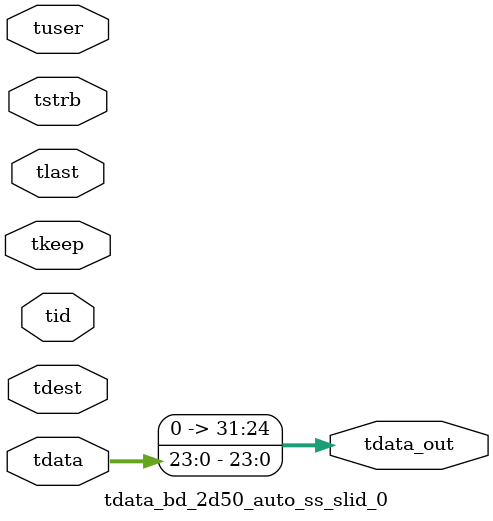
<source format=v>


`timescale 1ps/1ps

module tdata_bd_2d50_auto_ss_slid_0 #
(
parameter C_S_AXIS_TDATA_WIDTH = 32,
parameter C_S_AXIS_TUSER_WIDTH = 0,
parameter C_S_AXIS_TID_WIDTH   = 0,
parameter C_S_AXIS_TDEST_WIDTH = 0,
parameter C_M_AXIS_TDATA_WIDTH = 32
)
(
input  [(C_S_AXIS_TDATA_WIDTH == 0 ? 1 : C_S_AXIS_TDATA_WIDTH)-1:0     ] tdata,
input  [(C_S_AXIS_TUSER_WIDTH == 0 ? 1 : C_S_AXIS_TUSER_WIDTH)-1:0     ] tuser,
input  [(C_S_AXIS_TID_WIDTH   == 0 ? 1 : C_S_AXIS_TID_WIDTH)-1:0       ] tid,
input  [(C_S_AXIS_TDEST_WIDTH == 0 ? 1 : C_S_AXIS_TDEST_WIDTH)-1:0     ] tdest,
input  [(C_S_AXIS_TDATA_WIDTH/8)-1:0 ] tkeep,
input  [(C_S_AXIS_TDATA_WIDTH/8)-1:0 ] tstrb,
input                                                                    tlast,
output [C_M_AXIS_TDATA_WIDTH-1:0] tdata_out
);

assign tdata_out = {tdata[23:0]};

endmodule


</source>
